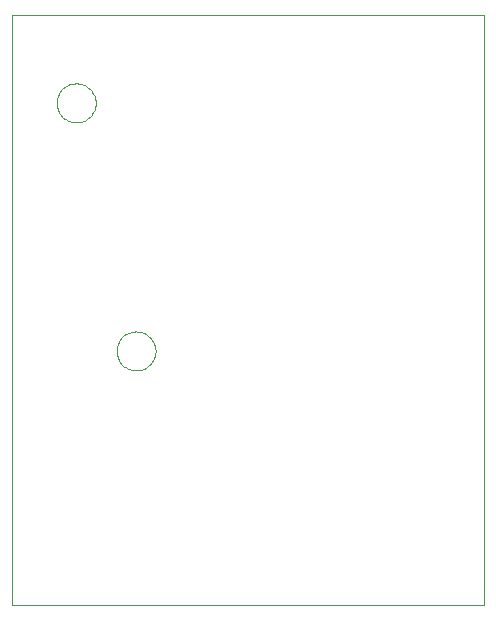
<source format=gm1>
G75*
%MOIN*%
%OFA0B0*%
%FSLAX24Y24*%
%IPPOS*%
%LPD*%
%AMOC8*
5,1,8,0,0,1.08239X$1,22.5*
%
%ADD10C,0.0000*%
D10*
X000180Y000180D02*
X000180Y019865D01*
X015928Y019865D01*
X015928Y000180D01*
X000180Y000180D01*
X003672Y008655D02*
X003674Y008705D01*
X003680Y008755D01*
X003690Y008805D01*
X003703Y008853D01*
X003720Y008901D01*
X003741Y008947D01*
X003765Y008991D01*
X003793Y009033D01*
X003824Y009073D01*
X003858Y009110D01*
X003895Y009145D01*
X003934Y009176D01*
X003975Y009205D01*
X004019Y009230D01*
X004065Y009252D01*
X004112Y009270D01*
X004160Y009284D01*
X004209Y009295D01*
X004259Y009302D01*
X004309Y009305D01*
X004360Y009304D01*
X004410Y009299D01*
X004460Y009290D01*
X004508Y009278D01*
X004556Y009261D01*
X004602Y009241D01*
X004647Y009218D01*
X004690Y009191D01*
X004730Y009161D01*
X004768Y009128D01*
X004803Y009092D01*
X004836Y009053D01*
X004865Y009012D01*
X004891Y008969D01*
X004914Y008924D01*
X004933Y008877D01*
X004948Y008829D01*
X004960Y008780D01*
X004968Y008730D01*
X004972Y008680D01*
X004972Y008630D01*
X004968Y008580D01*
X004960Y008530D01*
X004948Y008481D01*
X004933Y008433D01*
X004914Y008386D01*
X004891Y008341D01*
X004865Y008298D01*
X004836Y008257D01*
X004803Y008218D01*
X004768Y008182D01*
X004730Y008149D01*
X004690Y008119D01*
X004647Y008092D01*
X004602Y008069D01*
X004556Y008049D01*
X004508Y008032D01*
X004460Y008020D01*
X004410Y008011D01*
X004360Y008006D01*
X004309Y008005D01*
X004259Y008008D01*
X004209Y008015D01*
X004160Y008026D01*
X004112Y008040D01*
X004065Y008058D01*
X004019Y008080D01*
X003975Y008105D01*
X003934Y008134D01*
X003895Y008165D01*
X003858Y008200D01*
X003824Y008237D01*
X003793Y008277D01*
X003765Y008319D01*
X003741Y008363D01*
X003720Y008409D01*
X003703Y008457D01*
X003690Y008505D01*
X003680Y008555D01*
X003674Y008605D01*
X003672Y008655D01*
X001676Y016923D02*
X001678Y016973D01*
X001684Y017023D01*
X001694Y017073D01*
X001707Y017121D01*
X001724Y017169D01*
X001745Y017215D01*
X001769Y017259D01*
X001797Y017301D01*
X001828Y017341D01*
X001862Y017378D01*
X001899Y017413D01*
X001938Y017444D01*
X001979Y017473D01*
X002023Y017498D01*
X002069Y017520D01*
X002116Y017538D01*
X002164Y017552D01*
X002213Y017563D01*
X002263Y017570D01*
X002313Y017573D01*
X002364Y017572D01*
X002414Y017567D01*
X002464Y017558D01*
X002512Y017546D01*
X002560Y017529D01*
X002606Y017509D01*
X002651Y017486D01*
X002694Y017459D01*
X002734Y017429D01*
X002772Y017396D01*
X002807Y017360D01*
X002840Y017321D01*
X002869Y017280D01*
X002895Y017237D01*
X002918Y017192D01*
X002937Y017145D01*
X002952Y017097D01*
X002964Y017048D01*
X002972Y016998D01*
X002976Y016948D01*
X002976Y016898D01*
X002972Y016848D01*
X002964Y016798D01*
X002952Y016749D01*
X002937Y016701D01*
X002918Y016654D01*
X002895Y016609D01*
X002869Y016566D01*
X002840Y016525D01*
X002807Y016486D01*
X002772Y016450D01*
X002734Y016417D01*
X002694Y016387D01*
X002651Y016360D01*
X002606Y016337D01*
X002560Y016317D01*
X002512Y016300D01*
X002464Y016288D01*
X002414Y016279D01*
X002364Y016274D01*
X002313Y016273D01*
X002263Y016276D01*
X002213Y016283D01*
X002164Y016294D01*
X002116Y016308D01*
X002069Y016326D01*
X002023Y016348D01*
X001979Y016373D01*
X001938Y016402D01*
X001899Y016433D01*
X001862Y016468D01*
X001828Y016505D01*
X001797Y016545D01*
X001769Y016587D01*
X001745Y016631D01*
X001724Y016677D01*
X001707Y016725D01*
X001694Y016773D01*
X001684Y016823D01*
X001678Y016873D01*
X001676Y016923D01*
M02*

</source>
